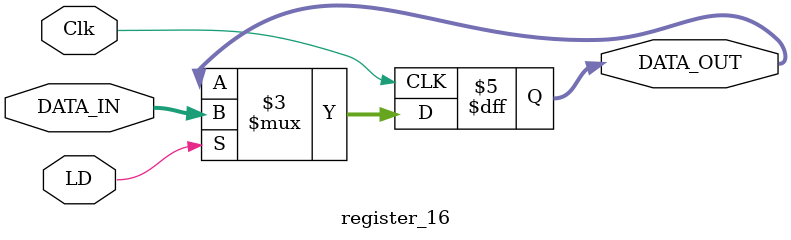
<source format=sv>
module register_16(
	input logic			Clk,
	input logic			LD,
	input logic [15:0]	DATA_IN,
	output logic [15:0]	DATA_OUT
);

	always_ff @(posedge Clk)
	begin
		if(LD)
			DATA_OUT <= DATA_IN;
		else
			DATA_OUT <= DATA_OUT;
	end

endmodule
</source>
